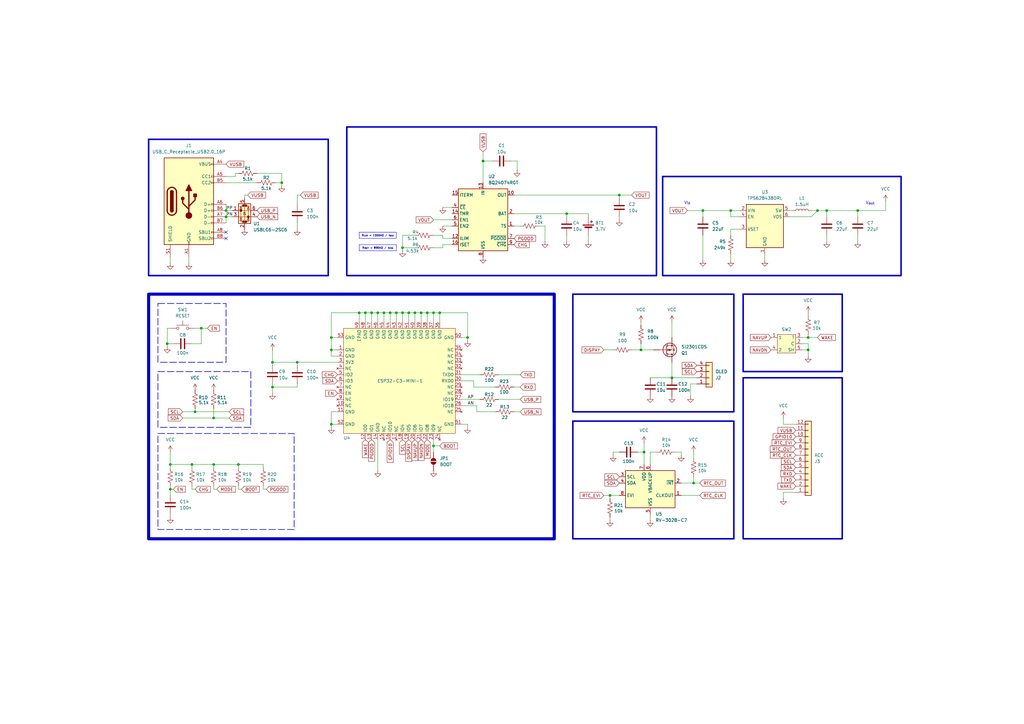
<source format=kicad_sch>
(kicad_sch (version 20250114) (generator "eeschema") (generator_version "9.0")
  (paper "A3")
  (title_block (title "uClock") (date "2026-02-21") (rev "1 v0.3") (company "Hamtronics Lab") (comment 2 "Description: Ultra-precise handheld digital clock, Powered by ESP32-C3") (comment 3 "Author: Sirio Guy"))
  (rectangle (start 304.8 120.65) (end 345.44 152.4) (stroke (width 0.635)))
  (rectangle (start 64.77 177.8) (end 120.65 217.17) (stroke (width 0.254) (type dash)))
  (rectangle (start 64.77 152.4) (end 102.87 175.26) (stroke (width 0.254) (type dash)))
  (rectangle (start 304.8 154.94) (end 345.44 220.98) (stroke (width 0.635)))
  (rectangle (start 60.96 57.15) (end 134.62 113.03) (stroke (width 0.635)))
  (rectangle (start 64.77 124.46) (end 92.71 148.59) (stroke (width 0.254) (type dash)))
  (rectangle (start 234.95 120.65) (end 300.99 168.91) (stroke (width 0.635)))
  (rectangle (start 234.95 172.72) (end 300.99 220.98) (stroke (width 0.635)))
  (rectangle (start 142.24 52.07) (end 269.24 113.03) (stroke (width 0.635)))
  (rectangle (start 271.78 72.39) (end 369.57 113.03) (stroke (width 0.635)))
  (rectangle (start 60.96 120.65) (end 227.33 220.98) (stroke (width 1.27)))
  (text "V_{out}" (at 356.87 83.312 0) (effects (font (size 1.27 1.27))))
  (text "V_{in}" (at 281.94 83.312 0) (effects (font (size 1.27 1.27))))
  (text_box "R_{ILIM} = 1550AΩ / I_{MAX}" (at 147.32 95.25 0) (size 15.24 2.54) (margins 0.9525 0.9525 0.9525 0.9525) (effects (font (size 0.762 0.762))))
  (text_box "R_{ISET} = 890AΩ / I_{CHG}" (at 147.32 100.33 0) (size 15.24 2.54) (margins 0.9525 0.9525 0.9525 0.9525) (effects (font (size 0.762 0.762))))
  (junction (at 68.58 140.97))
  (junction (at 69.85 200.66))
  (junction (at 299.72 86.36))
  (junction (at 288.29 86.36))
  (junction (at 135.89 173.99))
  (junction (at 92.71 86.36))
  (junction (at 250.19 203.2))
  (junction (at 160.02 128.27))
  (junction (at 87.63 190.5))
  (junction (at 264.16 185.42))
  (junction (at 111.76 148.59))
  (junction (at 157.48 128.27))
  (junction (at 165.1 128.27))
  (junction (at 149.86 128.27))
  (junction (at 198.12 66.04))
  (junction (at 284.48 198.12))
  (junction (at 135.89 143.51))
  (junction (at 154.94 128.27))
  (junction (at 87.63 171.45))
  (junction (at 167.64 128.27))
  (junction (at 147.32 128.27))
  (junction (at 191.77 138.43))
  (junction (at 170.18 128.27))
  (junction (at 152.4 128.27))
  (junction (at 69.85 190.5))
  (junction (at 115.57 74.93))
  (junction (at 262.89 143.51))
  (junction (at 175.26 128.27))
  (junction (at 351.79 86.36))
  (junction (at 121.92 148.59))
  (junction (at 180.34 128.27))
  (junction (at 135.89 138.43))
  (junction (at 339.09 86.36))
  (junction (at 172.72 128.27))
  (junction (at 177.8 182.88))
  (junction (at 177.8 128.27))
  (junction (at 335.28 86.36))
  (junction (at 165.1 101.6))
  (junction (at 80.01 168.91))
  (junction (at 254 80.01))
  (junction (at 97.79 190.5))
  (junction (at 82.55 134.62))
  (junction (at 331.47 143.51))
  (junction (at 331.47 138.43))
  (junction (at 162.56 128.27))
  (junction (at 111.76 158.75))
  (junction (at 232.41 87.63))
  (junction (at 78.74 190.5))
  (junction (at 275.59 154.94))
  (junction (at 92.71 88.9))
  (no_connect (at 92.71 97.79))
  (no_connect (at 92.71 95.25))
  (wire (pts (xy 254 81.28) (xy 254 80.01)))
  (wire (pts (xy 135.89 146.05) (xy 138.43 146.05)))
  (wire (pts (xy 259.08 80.01) (xy 254 80.01)))
  (wire (pts (xy 323.85 88.9) (xy 332.74 88.9)))
  (wire (pts (xy 160.02 128.27) (xy 162.56 128.27)))
  (wire (pts (xy 287.02 203.2) (xy 279.4 203.2)))
  (wire (pts (xy 177.8 185.42) (xy 177.8 182.88)))
  (wire (pts (xy 154.94 193.04) (xy 154.94 180.34)))
  (wire (pts (xy 121.92 93.98) (xy 121.92 91.44)))
  (wire (pts (xy 194.31 156.21) (xy 189.23 156.21)))
  (wire (pts (xy 210.82 92.71) (xy 213.36 92.71)))
  (wire (pts (xy 339.09 86.36) (xy 351.79 86.36)))
  (wire (pts (xy 284.48 198.12) (xy 287.02 198.12)))
  (wire (pts (xy 165.1 128.27) (xy 167.64 128.27)))
  (wire (pts (xy 78.74 200.66) (xy 80.01 200.66)))
  (wire (pts (xy 177.8 90.17) (xy 185.42 90.17)))
  (wire (pts (xy 264.16 190.5) (xy 264.16 185.42)))
  (wire (pts (xy 279.4 185.42) (xy 279.4 186.69)))
  (wire (pts (xy 283.21 162.56) (xy 283.21 157.48)))
  (wire (pts (xy 167.64 128.27) (xy 170.18 128.27)))
  (wire (pts (xy 213.36 163.83) (xy 204.47 163.83)))
  (wire (pts (xy 74.93 168.91) (xy 80.01 168.91)))
  (wire (pts (xy 254 80.01) (xy 210.82 80.01)))
  (wire (pts (xy 266.7 190.5) (xy 266.7 185.42)))
  (wire (pts (xy 328.93 138.43) (xy 331.47 138.43)))
  (wire (pts (xy 363.22 86.36) (xy 363.22 82.55)))
  (wire (pts (xy 250.19 203.2) (xy 254 203.2)))
  (wire (pts (xy 250.19 213.36) (xy 250.19 212.09)))
  (wire (pts (xy 275.59 132.08) (xy 275.59 138.43)))
  (wire (pts (xy 264.16 185.42) (xy 261.62 185.42)))
  (wire (pts (xy 121.92 80.01) (xy 123.19 80.01)))
  (wire (pts (xy 97.79 200.66) (xy 99.06 200.66)))
  (wire (pts (xy 78.74 199.39) (xy 78.74 200.66)))
  (wire (pts (xy 303.53 88.9) (xy 299.72 88.9)))
  (wire (pts (xy 71.12 200.66) (xy 69.85 200.66)))
  (wire (pts (xy 97.79 190.5) (xy 97.79 191.77)))
  (wire (pts (xy 68.58 134.62) (xy 68.58 140.97)))
  (wire (pts (xy 135.89 143.51) (xy 138.43 143.51)))
  (wire (pts (xy 288.29 86.36) (xy 288.29 88.9)))
  (wire (pts (xy 251.46 186.69) (xy 251.46 185.42)))
  (wire (pts (xy 87.63 171.45) (xy 93.98 171.45)))
  (wire (pts (xy 262.89 132.08) (xy 262.89 133.35)))
  (wire (pts (xy 212.09 69.85) (xy 212.09 66.04)))
  (wire (pts (xy 111.76 149.86) (xy 111.76 148.59)))
  (wire (pts (xy 111.76 161.29) (xy 111.76 158.75)))
  (wire (pts (xy 331.47 129.54) (xy 331.47 128.27)))
  (wire (pts (xy 210.82 168.91) (xy 213.36 168.91)))
  (wire (pts (xy 259.08 143.51) (xy 262.89 143.51)))
  (wire (pts (xy 279.4 198.12) (xy 284.48 198.12)))
  (wire (pts (xy 210.82 87.63) (xy 232.41 87.63)))
  (wire (pts (xy 299.72 88.9) (xy 299.72 86.36)))
  (wire (pts (xy 254 88.9) (xy 254 90.17)))
  (wire (pts (xy 107.95 190.5) (xy 107.95 191.77)))
  (wire (pts (xy 113.03 74.93) (xy 115.57 74.93)))
  (wire (pts (xy 299.72 86.36) (xy 288.29 86.36)))
  (wire (pts (xy 175.26 128.27) (xy 175.26 132.08)))
  (wire (pts (xy 80.01 134.62) (xy 82.55 134.62)))
  (wire (pts (xy 95.25 88.9) (xy 92.71 88.9)))
  (wire (pts (xy 299.72 106.68) (xy 299.72 104.14)))
  (wire (pts (xy 331.47 138.43) (xy 335.28 138.43)))
  (wire (pts (xy 165.1 102.87) (xy 165.1 101.6)))
  (wire (pts (xy 69.85 185.42) (xy 69.85 190.5)))
  (wire (pts (xy 170.18 128.27) (xy 170.18 132.08)))
  (wire (pts (xy 147.32 128.27) (xy 147.32 132.08)))
  (wire (pts (xy 135.89 143.51) (xy 135.89 138.43)))
  (wire (pts (xy 69.85 190.5) (xy 78.74 190.5)))
  (wire (pts (xy 175.26 128.27) (xy 177.8 128.27)))
  (wire (pts (xy 78.74 190.5) (xy 78.74 191.77)))
  (wire (pts (xy 95.25 86.36) (xy 92.71 86.36)))
  (wire (pts (xy 180.34 128.27) (xy 180.34 132.08)))
  (wire (pts (xy 135.89 168.91) (xy 135.89 173.99)))
  (wire (pts (xy 321.31 204.47) (xy 321.31 201.93)))
  (wire (pts (xy 351.79 86.36) (xy 363.22 86.36)))
  (wire (pts (xy 157.48 128.27) (xy 160.02 128.27)))
  (wire (pts (xy 321.31 173.99) (xy 326.39 173.99)))
  (wire (pts (xy 121.92 158.75) (xy 111.76 158.75)))
  (wire (pts (xy 203.2 158.75) (xy 194.31 158.75)))
  (wire (pts (xy 115.57 74.93) (xy 115.57 76.2)))
  (wire (pts (xy 250.19 204.47) (xy 250.19 203.2)))
  (wire (pts (xy 160.02 128.27) (xy 160.02 132.08)))
  (wire (pts (xy 275.59 148.59) (xy 275.59 154.94)))
  (wire (pts (xy 185.42 85.09) (xy 181.61 85.09)))
  (wire (pts (xy 276.86 185.42) (xy 279.4 185.42)))
  (wire (pts (xy 147.32 128.27) (xy 149.86 128.27)))
  (wire (pts (xy 135.89 173.99) (xy 138.43 173.99)))
  (wire (pts (xy 100.33 81.28) (xy 100.33 80.01)))
  (wire (pts (xy 232.41 87.63) (xy 232.41 88.9)))
  (wire (pts (xy 339.09 86.36) (xy 339.09 88.9)))
  (wire (pts (xy 121.92 149.86) (xy 121.92 148.59)))
  (wire (pts (xy 303.53 86.36) (xy 299.72 86.36)))
  (wire (pts (xy 87.63 190.5) (xy 97.79 190.5)))
  (wire (pts (xy 107.95 200.66) (xy 107.95 199.39)))
  (wire (pts (xy 154.94 128.27) (xy 157.48 128.27)))
  (wire (pts (xy 191.77 138.43) (xy 191.77 128.27)))
  (wire (pts (xy 97.79 190.5) (xy 107.95 190.5)))
  (wire (pts (xy 69.85 199.39) (xy 69.85 200.66)))
  (wire (pts (xy 111.76 158.75) (xy 111.76 157.48)))
  (wire (pts (xy 111.76 143.51) (xy 111.76 148.59)))
  (wire (pts (xy 328.93 143.51) (xy 331.47 143.51)))
  (wire (pts (xy 191.77 175.26) (xy 191.77 173.99)))
  (wire (pts (xy 105.41 71.12) (xy 115.57 71.12)))
  (wire (pts (xy 92.71 88.9) (xy 92.71 91.44)))
  (wire (pts (xy 321.31 201.93) (xy 326.39 201.93)))
  (wire (pts (xy 247.65 143.51) (xy 251.46 143.51)))
  (wire (pts (xy 172.72 128.27) (xy 172.72 132.08)))
  (wire (pts (xy 177.8 96.52) (xy 181.61 96.52)))
  (wire (pts (xy 191.77 138.43) (xy 189.23 138.43)))
  (wire (pts (xy 121.92 148.59) (xy 138.43 148.59)))
  (wire (pts (xy 313.69 106.68) (xy 313.69 104.14)))
  (wire (pts (xy 177.8 182.88) (xy 177.8 180.34)))
  (wire (pts (xy 241.3 87.63) (xy 241.3 88.9)))
  (wire (pts (xy 162.56 128.27) (xy 165.1 128.27)))
  (wire (pts (xy 331.47 146.05) (xy 331.47 143.51)))
  (wire (pts (xy 172.72 128.27) (xy 175.26 128.27)))
  (wire (pts (xy 181.61 92.71) (xy 185.42 92.71)))
  (wire (pts (xy 177.8 128.27) (xy 180.34 128.27)))
  (wire (pts (xy 78.74 140.97) (xy 82.55 140.97)))
  (wire (pts (xy 325.12 86.36) (xy 323.85 86.36)))
  (wire (pts (xy 111.76 148.59) (xy 121.92 148.59)))
  (wire (pts (xy 266.7 213.36) (xy 266.7 210.82)))
  (wire (pts (xy 135.89 138.43) (xy 135.89 128.27)))
  (wire (pts (xy 152.4 128.27) (xy 154.94 128.27)))
  (wire (pts (xy 177.8 101.6) (xy 181.61 101.6)))
  (wire (pts (xy 351.79 86.36) (xy 351.79 88.9)))
  (wire (pts (xy 331.47 143.51) (xy 331.47 140.97)))
  (wire (pts (xy 275.59 154.94) (xy 285.75 154.94)))
  (wire (pts (xy 154.94 128.27) (xy 154.94 132.08)))
  (wire (pts (xy 170.18 128.27) (xy 172.72 128.27)))
  (wire (pts (xy 331.47 138.43) (xy 331.47 137.16)))
  (wire (pts (xy 247.65 203.2) (xy 250.19 203.2)))
  (wire (pts (xy 177.8 128.27) (xy 177.8 132.08)))
  (wire (pts (xy 69.85 105.41) (xy 69.85 107.95)))
  (wire (pts (xy 165.1 101.6) (xy 170.18 101.6)))
  (wire (pts (xy 351.79 99.06) (xy 351.79 96.52)))
  (wire (pts (xy 264.16 181.61) (xy 264.16 185.42)))
  (wire (pts (xy 284.48 198.12) (xy 284.48 195.58)))
  (wire (pts (xy 80.01 167.64) (xy 80.01 168.91)))
  (wire (pts (xy 181.61 100.33) (xy 185.42 100.33)))
  (wire (pts (xy 74.93 171.45) (xy 87.63 171.45)))
  (wire (pts (xy 135.89 168.91) (xy 138.43 168.91)))
  (wire (pts (xy 180.34 182.88) (xy 177.8 182.88)))
  (wire (pts (xy 198.12 66.04) (xy 201.93 66.04)))
  (wire (pts (xy 97.79 200.66) (xy 97.79 199.39)))
  (wire (pts (xy 167.64 128.27) (xy 167.64 132.08)))
  (wire (pts (xy 181.61 101.6) (xy 181.61 100.33)))
  (wire (pts (xy 232.41 96.52) (xy 232.41 99.06)))
  (wire (pts (xy 251.46 185.42) (xy 254 185.42)))
  (wire (pts (xy 121.92 80.01) (xy 121.92 83.82)))
  (wire (pts (xy 85.09 134.62) (xy 82.55 134.62)))
  (wire (pts (xy 68.58 134.62) (xy 69.85 134.62)))
  (wire (pts (xy 198.12 62.23) (xy 198.12 66.04)))
  (wire (pts (xy 149.86 128.27) (xy 149.86 132.08)))
  (wire (pts (xy 87.63 200.66) (xy 87.63 199.39)))
  (wire (pts (xy 181.61 96.52) (xy 181.61 97.79)))
  (wire (pts (xy 135.89 173.99) (xy 135.89 175.26)))
  (wire (pts (xy 135.89 138.43) (xy 138.43 138.43)))
  (wire (pts (xy 87.63 167.64) (xy 87.63 171.45)))
  (wire (pts (xy 80.01 168.91) (xy 93.98 168.91)))
  (wire (pts (xy 288.29 106.68) (xy 288.29 96.52)))
  (wire (pts (xy 223.52 92.71) (xy 223.52 99.06)))
  (wire (pts (xy 220.98 92.71) (xy 223.52 92.71)))
  (wire (pts (xy 198.12 74.93) (xy 198.12 66.04)))
  (wire (pts (xy 69.85 200.66) (xy 69.85 203.2)))
  (wire (pts (xy 92.71 83.82) (xy 92.71 86.36)))
  (wire (pts (xy 241.3 99.06) (xy 241.3 96.52)))
  (wire (pts (xy 191.77 139.7) (xy 191.77 138.43)))
  (wire (pts (xy 284.48 185.42) (xy 284.48 187.96)))
  (wire (pts (xy 266.7 185.42) (xy 269.24 185.42)))
  (wire (pts (xy 191.77 128.27) (xy 180.34 128.27)))
  (wire (pts (xy 121.92 157.48) (xy 121.92 158.75)))
  (wire (pts (xy 162.56 128.27) (xy 162.56 132.08)))
  (wire (pts (xy 281.94 86.36) (xy 288.29 86.36)))
  (wire (pts (xy 96.52 71.12) (xy 97.79 71.12)))
  (wire (pts (xy 196.85 153.67) (xy 189.23 153.67)))
  (wire (pts (xy 210.82 158.75) (xy 213.36 158.75)))
  (wire (pts (xy 135.89 146.05) (xy 135.89 143.51)))
  (wire (pts (xy 196.85 163.83) (xy 189.23 163.83)))
  (wire (pts (xy 170.18 96.52) (xy 165.1 96.52)))
  (wire (pts (xy 149.86 128.27) (xy 152.4 128.27)))
  (wire (pts (xy 165.1 128.27) (xy 165.1 132.08)))
  (wire (pts (xy 135.89 128.27) (xy 147.32 128.27)))
  (wire (pts (xy 213.36 153.67) (xy 204.47 153.67)))
  (wire (pts (xy 332.74 86.36) (xy 335.28 86.36)))
  (wire (pts (xy 107.95 200.66) (xy 109.22 200.66)))
  (wire (pts (xy 181.61 97.79) (xy 185.42 97.79)))
  (wire (pts (xy 283.21 157.48) (xy 285.75 157.48)))
  (wire (pts (xy 87.63 190.5) (xy 87.63 191.77)))
  (wire (pts (xy 77.47 105.41) (xy 77.47 107.95)))
  (wire (pts (xy 203.2 168.91) (xy 195.58 168.91)))
  (wire (pts (xy 165.1 96.52) (xy 165.1 101.6)))
  (wire (pts (xy 195.58 166.37) (xy 189.23 166.37)))
  (wire (pts (xy 115.57 71.12) (xy 115.57 74.93)))
  (wire (pts (xy 299.72 93.98) (xy 303.53 93.98)))
  (wire (pts (xy 87.63 200.66) (xy 88.9 200.66)))
  (wire (pts (xy 232.41 87.63) (xy 241.3 87.63)))
  (wire (pts (xy 212.09 66.04) (xy 209.55 66.04)))
  (wire (pts (xy 335.28 86.36) (xy 339.09 86.36)))
  (wire (pts (xy 96.52 71.12) (xy 96.52 72.39)))
  (wire (pts (xy 69.85 190.5) (xy 69.85 191.77)))
  (wire (pts (xy 262.89 140.97) (xy 262.89 143.51)))
  (wire (pts (xy 266.7 154.94) (xy 275.59 154.94)))
  (wire (pts (xy 68.58 140.97) (xy 71.12 140.97)))
  (wire (pts (xy 262.89 143.51) (xy 267.97 143.51)))
  (wire (pts (xy 339.09 99.06) (xy 339.09 96.52)))
  (wire (pts (xy 152.4 128.27) (xy 152.4 132.08)))
  (wire (pts (xy 92.71 74.93) (xy 105.41 74.93)))
  (wire (pts (xy 69.85 210.82) (xy 69.85 212.09)))
  (wire (pts (xy 332.74 88.9) (xy 335.28 86.36)))
  (wire (pts (xy 194.31 158.75) (xy 194.31 156.21)))
  (wire (pts (xy 78.74 190.5) (xy 87.63 190.5)))
  (wire (pts (xy 157.48 128.27) (xy 157.48 132.08)))
  (wire (pts (xy 321.31 171.45) (xy 321.31 173.99)))
  (wire (pts (xy 195.58 168.91) (xy 195.58 166.37)))
  (wire (pts (xy 68.58 142.24) (xy 68.58 140.97)))
  (wire (pts (xy 82.55 140.97) (xy 82.55 134.62)))
  (wire (pts (xy 100.33 80.01) (xy 101.6 80.01)))
  (wire (pts (xy 96.52 72.39) (xy 92.71 72.39)))
  (wire (pts (xy 191.77 173.99) (xy 189.23 173.99)))
  (wire (pts (xy 299.72 96.52) (xy 299.72 93.98)))
  (wire (pts (xy 328.93 140.97) (xy 331.47 140.97)))
  (label "AN" (at 191.77 166.37 0))
  (label "AP" (at 191.77 163.83 0))
  (label "PP" (at 92.71 86.36 0))
  (label "PN" (at 92.71 88.9 0))
  (global_label "VOUT" (shape input) (at 281.94 86.36 180) (property "Intersheetrefs" "${INTERSHEET_REFS}" (effects (hide yes))))
  (global_label "RTC_EVI" (shape input) (at 326.39 181.61 180) (property "Intersheetrefs" "${INTERSHEET_REFS}" (effects (hide yes))))
  (global_label "SDA" (shape input) (at 326.39 191.77 180) (property "Intersheetrefs" "${INTERSHEET_REFS}" (effects (hide yes))))
  (global_label "VUSB" (shape input) (at 123.19 80.01 0) (property "Intersheetrefs" "${INTERSHEET_REFS}" (effects (hide yes))))
  (global_label "WAKE" (shape input) (at 149.86 180.34 270) (property "Intersheetrefs" "${INTERSHEET_REFS}" (effects (hide yes))))
  (global_label "PGOOD" (shape input) (at 109.22 200.66 0) (property "Intersheetrefs" "${INTERSHEET_REFS}" (effects (hide yes))))
  (global_label "SCL" (shape input) (at 254 195.58 180) (property "Intersheetrefs" "${INTERSHEET_REFS}" (effects (hide yes))))
  (global_label "GPIO10" (shape input) (at 160.02 180.34 270) (property "Intersheetrefs" "${INTERSHEET_REFS}" (effects (hide yes))))
  (global_label "RTC_EVI" (shape input) (at 247.65 203.2 180) (property "Intersheetrefs" "${INTERSHEET_REFS}" (effects (hide yes))))
  (global_label "VUSB" (shape input) (at 92.71 67.31 0) (property "Intersheetrefs" "${INTERSHEET_REFS}" (effects (hide yes))))
  (global_label "PGOOD" (shape input) (at 210.82 97.79 0) (property "Intersheetrefs" "${INTERSHEET_REFS}" (effects (hide yes))))
  (global_label "TXD" (shape input) (at 213.36 153.67 0) (property "Intersheetrefs" "${INTERSHEET_REFS}" (effects (hide yes))))
  (global_label "USB_N" (shape input) (at 213.36 168.91 0) (property "Intersheetrefs" "${INTERSHEET_REFS}" (effects (hide yes))))
  (global_label "RTC_CLK" (shape input) (at 326.39 186.69 180) (property "Intersheetrefs" "${INTERSHEET_REFS}" (effects (hide yes))))
  (global_label "VUSB" (shape input) (at 101.6 80.01 0) (property "Intersheetrefs" "${INTERSHEET_REFS}" (effects (hide yes))))
  (global_label "WAKE" (shape input) (at 335.28 138.43 0) (property "Intersheetrefs" "${INTERSHEET_REFS}" (effects (hide yes))))
  (global_label "NAVUP" (shape input) (at 170.18 180.34 270) (property "Intersheetrefs" "${INTERSHEET_REFS}" (effects (hide yes))))
  (global_label "SCL" (shape input) (at 93.98 168.91 0) (property "Intersheetrefs" "${INTERSHEET_REFS}" (effects (hide yes))))
  (global_label "WAKE" (shape input) (at 326.39 199.39 180) (property "Intersheetrefs" "${INTERSHEET_REFS}" (effects (hide yes))))
  (global_label "DISPAY" (shape input) (at 247.65 143.51 180) (property "Intersheetrefs" "${INTERSHEET_REFS}" (effects (hide yes))))
  (global_label "RTC_OUT" (shape input) (at 287.02 198.12 0) (property "Intersheetrefs" "${INTERSHEET_REFS}" (effects (hide yes))))
  (global_label "SDA" (shape input) (at 138.43 156.21 180) (property "Intersheetrefs" "${INTERSHEET_REFS}" (effects (hide yes))))
  (global_label "VOUT" (shape input) (at 177.8 90.17 180) (property "Intersheetrefs" "${INTERSHEET_REFS}" (effects (hide yes))))
  (global_label "USB_P" (shape input) (at 105.41 86.36 0) (property "Intersheetrefs" "${INTERSHEET_REFS}" (effects (hide yes))))
  (global_label "SCL" (shape input) (at 165.1 180.34 270) (property "Intersheetrefs" "${INTERSHEET_REFS}" (effects (hide yes))))
  (global_label "USB_P" (shape input) (at 213.36 163.83 0) (property "Intersheetrefs" "${INTERSHEET_REFS}" (effects (hide yes))))
  (global_label "CHG" (shape input) (at 138.43 153.67 180) (property "Intersheetrefs" "${INTERSHEET_REFS}" (effects (hide yes))))
  (global_label "PGOOD" (shape input) (at 152.4 180.34 270) (property "Intersheetrefs" "${INTERSHEET_REFS}" (effects (hide yes))))
  (global_label "SCL" (shape input) (at 74.93 168.91 180) (property "Intersheetrefs" "${INTERSHEET_REFS}" (effects (hide yes))))
  (global_label "SCL" (shape input) (at 285.75 152.4 180) (property "Intersheetrefs" "${INTERSHEET_REFS}" (effects (hide yes))))
  (global_label "EN" (shape input) (at 71.12 200.66 0) (property "Intersheetrefs" "${INTERSHEET_REFS}" (effects (hide yes))))
  (global_label "SDA" (shape input) (at 254 198.12 180) (property "Intersheetrefs" "${INTERSHEET_REFS}" (effects (hide yes))))
  (global_label "MODE" (shape input) (at 88.9 200.66 0) (property "Intersheetrefs" "${INTERSHEET_REFS}" (effects (hide yes))))
  (global_label "BOOT" (shape input) (at 180.34 182.88 0) (property "Intersheetrefs" "${INTERSHEET_REFS}" (effects (hide yes))))
  (global_label "VOUT" (shape input) (at 259.08 80.01 0) (property "Intersheetrefs" "${INTERSHEET_REFS}" (effects (hide yes))))
  (global_label "EN" (shape input) (at 85.09 134.62 0) (property "Intersheetrefs" "${INTERSHEET_REFS}" (effects (hide yes))))
  (global_label "GPIO10" (shape input) (at 326.39 179.07 180) (property "Intersheetrefs" "${INTERSHEET_REFS}" (effects (hide yes))))
  (global_label "NAVDN" (shape input) (at 172.72 180.34 270) (property "Intersheetrefs" "${INTERSHEET_REFS}" (effects (hide yes))))
  (global_label "RXD" (shape input) (at 326.39 194.31 180) (property "Intersheetrefs" "${INTERSHEET_REFS}" (effects (hide yes))))
  (global_label "USB_N" (shape input) (at 105.41 88.9 0) (property "Intersheetrefs" "${INTERSHEET_REFS}" (effects (hide yes))))
  (global_label "MODE" (shape input) (at 175.26 180.34 270) (property "Intersheetrefs" "${INTERSHEET_REFS}" (effects (hide yes))))
  (global_label "TXD" (shape input) (at 326.39 196.85 180) (property "Intersheetrefs" "${INTERSHEET_REFS}" (effects (hide yes))))
  (global_label "RTC_OUT" (shape input) (at 326.39 184.15 180) (property "Intersheetrefs" "${INTERSHEET_REFS}" (effects (hide yes))))
  (global_label "RXD" (shape input) (at 213.36 158.75 0) (property "Intersheetrefs" "${INTERSHEET_REFS}" (effects (hide yes))))
  (global_label "SCL" (shape input) (at 326.39 189.23 180) (property "Intersheetrefs" "${INTERSHEET_REFS}" (effects (hide yes))))
  (global_label "CHG" (shape input) (at 210.82 100.33 0) (property "Intersheetrefs" "${INTERSHEET_REFS}" (effects (hide yes))))
  (global_label "SDA" (shape input) (at 74.93 171.45 180) (property "Intersheetrefs" "${INTERSHEET_REFS}" (effects (hide yes))))
  (global_label "NAVDN" (shape input) (at 316.23 143.51 180) (property "Intersheetrefs" "${INTERSHEET_REFS}" (effects (hide yes))))
  (global_label "NAVUP" (shape input) (at 316.23 138.43 180) (property "Intersheetrefs" "${INTERSHEET_REFS}" (effects (hide yes))))
  (global_label "RTC_CLK" (shape input) (at 287.02 203.2 0) (property "Intersheetrefs" "${INTERSHEET_REFS}" (effects (hide yes))))
  (global_label "SDA" (shape input) (at 285.75 149.86 180) (property "Intersheetrefs" "${INTERSHEET_REFS}" (effects (hide yes))))
  (global_label "EN" (shape input) (at 138.43 161.29 180) (property "Intersheetrefs" "${INTERSHEET_REFS}" (effects (hide yes))))
  (global_label "BOOT" (shape input) (at 99.06 200.66 0) (property "Intersheetrefs" "${INTERSHEET_REFS}" (effects (hide yes))))
  (global_label "VUSB" (shape input) (at 198.12 62.23 90) (property "Intersheetrefs" "${INTERSHEET_REFS}" (effects (hide yes))))
  (global_label "SDA" (shape input) (at 93.98 171.45 0) (property "Intersheetrefs" "${INTERSHEET_REFS}" (effects (hide yes))))
  (global_label "CHG" (shape input) (at 80.01 200.66 0) (property "Intersheetrefs" "${INTERSHEET_REFS}" (effects (hide yes))))
  (global_label "VUSB" (shape input) (at 326.39 176.53 180) (property "Intersheetrefs" "${INTERSHEET_REFS}" (effects (hide yes))))
  (global_label "DISPAY" (shape input) (at 167.64 180.34 270) (property "Intersheetrefs" "${INTERSHEET_REFS}" (effects (hide yes))))
  (symbol (lib_id "power:GND") (at 266.7 213.36 0) (unit 1)
    (property "Reference" "#PWR045" (effects (hide yes)))
    (property "Value" "GND" (effects (hide yes)))
    (property "Description" "Power symbol creates a global label with name \"GND\" , ground" (effects (hide yes)))
  )
  (symbol (lib_id "Device:C") (at 351.79 92.71 0) (unit 1)
    (property "Reference" "C7" (at 355.6 91.4399 0) (effects (justify left)))
    (property "Value" "22uF" (at 355.6 93.9799 0) (effects (justify left)))
    (property "Footprint" "Capacitor_SMD:C_0805_2012Metric" (effects (hide yes)))
    (property "Description" "Unpolarized capacitor" (effects (hide yes)))
    (property "LCSC" "C907991" (effects (hide yes)))
  )
  (symbol (lib_id "power:GND") (at 223.52 99.06 0) (unit 1)
    (property "Reference" "#PWR09" (effects (hide yes)))
    (property "Value" "GND" (effects (hide yes)))
    (property "Description" "Power symbol creates a global label with name \"GND\" , ground" (effects (hide yes)))
  )
  (symbol (lib_id "power:VCC") (at 111.76 143.51 0) (unit 1)
    (property "Reference" "#PWR026" (effects (hide yes)))
    (property "Value" "VCC" (at 111.76 138.43 0))
    (property "Description" "Power symbol creates a global label with name \"VCC\"" (effects (hide yes)))
  )
  (symbol (lib_id "power:GND") (at 177.8 193.04 0) (unit 1)
    (property "Reference" "#PWR042" (effects (hide yes)))
    (property "Value" "GND" (effects (hide yes)))
    (property "Description" "Power symbol creates a global label with name \"GND\" , ground" (effects (hide yes)))
  )
  (symbol (lib_id "Device:C") (at 69.85 207.01 0) (unit 1)
    (property "Reference" "C14" (at 73.66 205.7399 0) (effects (justify left)))
    (property "Value" "100n" (at 73.66 208.2799 0) (effects (justify left)))
    (property "Footprint" "Capacitor_SMD:C_0603_1608Metric" (effects (hide yes)))
    (property "Description" "Unpolarized capacitor" (effects (hide yes)))
    (property "LCSC" "C14663" (effects (hide yes)))
  )
  (symbol (lib_id "power:GND") (at 68.58 142.24 0) (unit 1)
    (property "Reference" "#PWR025" (effects (hide yes)))
    (property "Value" "GND" (effects (hide yes)))
    (property "Description" "Power symbol creates a global label with name \"GND\" , ground" (effects (hide yes)))
  )
  (symbol (lib_id "Device:R_US") (at 200.66 163.83 90) (unit 1)
    (property "Reference" "R12" (at 200.66 161.798 90))
    (property "Value" "22" (at 200.66 166.116 90))
    (property "Footprint" "Resistor_SMD:R_0603_1608Metric" (effects (hide yes)))
    (property "Description" "Resistor, US symbol" (effects (hide yes)))
    (property "LCSC" "C23345" (effects (hide yes)))
  )
  (symbol (lib_id "power:VCC") (at 69.85 185.42 0) (unit 1)
    (property "Reference" "#PWR037" (effects (hide yes)))
    (property "Value" "VCC" (at 69.85 180.34 0))
    (property "Description" "Power symbol creates a global label with name \"VCC\"" (effects (hide yes)))
  )
  (symbol (lib_id "Device:R_US") (at 173.99 101.6 90) (unit 1)
    (property "Reference" "R6" (at 170.434 100.33 90))
    (property "Value" "4.53k" (at 169.164 102.87 90))
    (property "Footprint" "Resistor_SMD:R_0603_1608Metric" (effects (hide yes)))
    (property "Description" "Resistor, US symbol" (effects (hide yes)))
    (property "LCSC" "C25971" (effects (hide yes)))
  )
  (symbol (lib_id "Device:C") (at 232.41 92.71 0) (unit 1)
    (property "Reference" "C4" (at 234.95 91.44 0) (effects (justify left)))
    (property "Value" "10u" (at 234.95 93.98 0) (effects (justify left)))
    (property "Footprint" "Capacitor_SMD:C_0603_1608Metric" (effects (hide yes)))
    (property "Description" "Unpolarized capacitor" (effects (hide yes)))
    (property "LCSC" "C19702" (effects (hide yes)))
  )
  (symbol (lib_id "Device:R_US") (at 109.22 74.93 90) (unit 1)
    (property "Reference" "R2" (at 109.22 72.898 90))
    (property "Value" "5.1k" (at 109.22 77.216 90))
    (property "Footprint" "Resistor_SMD:R_0603_1608Metric" (effects (hide yes)))
    (property "Description" "Resistor, US symbol" (effects (hide yes)))
    (property "LCSC" "C23186" (effects (hide yes)))
  )
  (symbol (lib_id "Connector:USB_C_Receptacle_USB2.0_16P") (at 77.47 82.55 0) (unit 1)
    (property "Reference" "J1" (at 77.47 59.69 0))
    (property "Value" "USB_C_Receptacle_USB2.0_16P" (at 77.47 62.23 0))
    (property "Footprint" "Connector_USB:USB_C_Receptacle_GCT_USB4105-xx-A_16P_TopMnt_Horizontal" (effects (hide yes)))
    (property "Datasheet" "https://www.usb.org/sites/default/files/documents/usb_type-c.zip" (effects (hide yes)))
    (property "Description" "USB 2.0-only 16P Type-C Receptacle connector" (effects (hide yes)))
    (property "LCSC" "C2765186" (effects (hide yes)))
  )
  (symbol (lib_id "power:GND") (at 288.29 106.68 0) (unit 1)
    (property "Reference" "#PWR016" (effects (hide yes)))
    (property "Value" "GND" (effects (hide yes)))
    (property "Description" "Power symbol creates a global label with name \"GND\" , ground" (effects (hide yes)))
  )
  (symbol (lib_id "power:GND") (at 283.21 162.56 0) (unit 1)
    (property "Reference" "#PWR033" (effects (hide yes)))
    (property "Value" "GND" (effects (hide yes)))
    (property "Description" "Power symbol creates a global label with name \"GND\" , ground" (effects (hide yes)))
  )
  (symbol (lib_id "power:VCC") (at 284.48 185.42 0) (unit 1)
    (property "Reference" "#PWR038" (effects (hide yes)))
    (property "Value" "VCC" (at 284.48 180.34 0))
    (property "Description" "Power symbol creates a global label with name \"VCC\"" (effects (hide yes)))
  )
  (symbol (lib_id "Device:R_US") (at 331.47 133.35 0) (unit 1)
    (property "Reference" "R7" (at 335.026 132.334 0))
    (property "Value" "10k" (at 335.026 134.62 0))
    (property "Footprint" "Resistor_SMD:R_0603_1608Metric" (effects (hide yes)))
    (property "Description" "Resistor, US symbol" (effects (hide yes)))
    (property "LCSC" "C25804" (effects (hide yes)))
  )
  (symbol (lib_id "Device:R_US") (at 284.48 191.77 0) (unit 1)
    (property "Reference" "R15" (at 288.036 190.754 0))
    (property "Value" "10k" (at 288.036 193.04 0))
    (property "Footprint" "Resistor_SMD:R_0603_1608Metric" (effects (hide yes)))
    (property "Description" "Resistor, US symbol" (effects (hide yes)))
    (property "LCSC" "C25804" (effects (hide yes)))
  )
  (symbol (lib_id "power:VCC") (at 363.22 82.55 0) (unit 1)
    (property "Reference" "#PWR03" (effects (hide yes)))
    (property "Value" "VCC" (at 363.22 77.47 0))
    (property "Description" "Power symbol creates a global label with name \"VCC\"" (effects (hide yes)))
  )
  (symbol (lib_id "Timer_RTC:RV-3028-C7") (at 266.7 200.66 0) (unit 1)
    (property "Reference" "U5" (at 268.8433 210.82 0) (effects (justify left)))
    (property "Value" "RV-3028-C7" (at 268.8433 213.36 0) (effects (justify left)))
    (property "Footprint" "Package_SON:MicroCrystal_C7_SON-8_1.5x3.2mm_P0.9mm" (effects (hide yes)))
    (property "Datasheet" "https://www.microcrystal.com/fileadmin/Media/Products/RTC/Datasheet/RV-3028-C7.pdf" (effects (hide yes)))
    (property "Description" "Realtime Clock/Calendar I2C Interface, Extreme Low Power, 1.1 V to 5.5 V, MicroCrystal C7" (effects (hide yes)))
    (property "LCSC" "C3019759" (effects (hide yes)))
  )
  (symbol (lib_id "power:VCC") (at 80.01 160.02 0) (unit 1)
    (property "Reference" "#PWR028" (effects (hide yes)))
    (property "Value" "VCC" (at 80.01 154.94 0))
    (property "Description" "Power symbol creates a global label with name \"VCC\"" (effects (hide yes)))
  )
  (symbol (lib_id "local:K1-1511SA-01") (at 322.58 139.7 0) (unit 1)
    (property "Reference" "SW2" (at 322.58 135.128 0))
    (property "Footprint" "local:K1-1511SA-01" (effects (hide yes)))
    (property "LCSC" "C145907" (effects (hide yes)))
  )
  (symbol (lib_id "power:GND") (at 299.72 106.68 0) (unit 1)
    (property "Reference" "#PWR017" (effects (hide yes)))
    (property "Value" "GND" (effects (hide yes)))
    (property "Description" "Power symbol creates a global label with name \"GND\" , ground" (effects (hide yes)))
  )
  (symbol (lib_id "Device:R_US") (at 207.01 168.91 90) (unit 1)
    (property "Reference" "R13" (at 207.01 166.878 90))
    (property "Value" "22" (at 207.01 171.196 90))
    (property "Footprint" "Resistor_SMD:R_0603_1608Metric" (effects (hide yes)))
    (property "Description" "Resistor, US symbol" (effects (hide yes)))
    (property "LCSC" "C23345" (effects (hide yes)))
  )
  (symbol (lib_id "power:VCC") (at 275.59 132.08 0) (unit 1)
    (property "Reference" "#PWR023" (effects (hide yes)))
    (property "Value" "VCC" (at 275.59 127 0))
    (property "Description" "Power symbol creates a global label with name \"VCC\"" (effects (hide yes)))
  )
  (symbol (lib_id "Device:C") (at 339.09 92.71 0) (unit 1)
    (property "Reference" "C6" (at 342.9 91.4399 0) (effects (justify left)))
    (property "Value" "22uF" (at 342.9 93.9799 0) (effects (justify left)))
    (property "Footprint" "Capacitor_SMD:C_0805_2012Metric" (effects (hide yes)))
    (property "Description" "Unpolarized capacitor" (effects (hide yes)))
    (property "LCSC" "C907991" (effects (hide yes)))
  )
  (symbol (lib_id "power:GND") (at 313.69 106.68 0) (unit 1)
    (property "Reference" "#PWR018" (effects (hide yes)))
    (property "Value" "GND" (effects (hide yes)))
    (property "Description" "Power symbol creates a global label with name \"GND\" , ground" (effects (hide yes)))
  )
  (symbol (lib_id "Power_Protection:USBLC6-2SC6") (at 100.33 86.36 0) (unit 1)
    (property "Reference" "U1" (at 103.886 91.694 0) (effects (justify left)))
    (property "Value" "USBLC6-2SC6" (at 103.886 94.234 0) (effects (justify left)))
    (property "Footprint" "Package_TO_SOT_SMD:SOT-23-6" (effects (hide yes)))
    (property "Datasheet" "https://www.st.com/resource/en/datasheet/usblc6-2.pdf" (effects (hide yes)))
    (property "Description" "Very low capacitance ESD protection diode, 2 data-line, SOT-23-6" (effects (hide yes)))
    (property "LCSC" "C7519" (effects (hide yes)))
  )
  (symbol (lib_id "power:GND") (at 279.4 186.69 0) (unit 1)
    (property "Reference" "#PWR040" (effects (hide yes)))
    (property "Value" "GND" (effects (hide yes)))
    (property "Description" "Power symbol creates a global label with name \"GND\" , ground" (effects (hide yes)))
  )
  (symbol (lib_id "power:GND") (at 135.89 175.26 0) (unit 1)
    (property "Reference" "#PWR034" (effects (hide yes)))
    (property "Value" "GND" (effects (hide yes)))
    (property "Description" "Power symbol creates a global label with name \"GND\" , ground" (effects (hide yes)))
  )
  (symbol (lib_id "Device:C") (at 111.76 153.67 0) (unit 1)
    (property "Reference" "C9" (at 114.3 152.4 0) (effects (justify left)))
    (property "Value" "10u" (at 114.3 154.94 0) (effects (justify left)))
    (property "Footprint" "Capacitor_SMD:C_0603_1608Metric" (effects (hide yes)))
    (property "Description" "Unpolarized capacitor" (effects (hide yes)))
    (property "LCSC" "C19702" (effects (hide yes)))
  )
  (symbol (lib_id "power:GND") (at 321.31 204.47 0) (unit 1)
    (property "Reference" "#PWR046" (effects (hide yes)))
    (property "Value" "GND" (effects (hide yes)))
    (property "Description" "Power symbol creates a global label with name \"GND\" , ground" (effects (hide yes)))
  )
  (symbol (lib_id "Device:R_US") (at 200.66 153.67 90) (unit 1)
    (property "Reference" "R22" (at 200.66 151.384 90))
    (property "Value" "100" (at 200.66 155.956 90))
    (property "Footprint" "Resistor_SMD:R_0603_1608Metric" (effects (hide yes)))
    (property "Description" "Resistor, US symbol" (effects (hide yes)))
    (property "LCSC" "C22775" (effects (hide yes)))
  )
  (symbol (lib_id "power:GND") (at 351.79 99.06 0) (unit 1)
    (property "Reference" "#PWR013" (effects (hide yes)))
    (property "Value" "GND" (effects (hide yes)))
    (property "Description" "Power symbol creates a global label with name \"GND\" , ground" (effects (hide yes)))
  )
  (symbol (lib_id "power:GND") (at 275.59 162.56 0) (unit 1)
    (property "Reference" "#PWR032" (effects (hide yes)))
    (property "Value" "GND" (effects (hide yes)))
    (property "Description" "Power symbol creates a global label with name \"GND\" , ground" (effects (hide yes)))
  )
  (symbol (lib_id "Device:R_US") (at 69.85 195.58 0) (unit 1)
    (property "Reference" "R16" (at 73.406 194.564 0))
    (property "Value" "10k" (at 73.406 196.85 0))
    (property "Footprint" "Resistor_SMD:R_0603_1608Metric" (effects (hide yes)))
    (property "Description" "Resistor, US symbol" (effects (hide yes)))
    (property "LCSC" "C25804" (effects (hide yes)))
  )
  (symbol (lib_id "power:VCC") (at 331.47 128.27 0) (unit 1)
    (property "Reference" "#PWR021" (effects (hide yes)))
    (property "Value" "VCC" (at 331.47 123.19 0))
    (property "Description" "Power symbol creates a global label with name \"VCC\"" (effects (hide yes)))
  )
  (symbol (lib_id "Device:C") (at 121.92 87.63 0) (unit 1)
    (property "Reference" "C3" (at 125.73 86.3599 0) (effects (justify left)))
    (property "Value" "100n" (at 125.73 88.8999 0) (effects (justify left)))
    (property "Footprint" "Capacitor_SMD:C_0603_1608Metric" (effects (hide yes)))
    (property "Description" "Unpolarized capacitor" (effects (hide yes)))
    (property "LCSC" "C14663" (effects (hide yes)))
  )
  (symbol (lib_id "Connector_Generic:Conn_01x04") (at 290.83 154.94 0) (mirror x) (unit 1) (in_bom no)
    (property "Reference" "J2" (at 293.37 154.9401 0) (effects (justify left)))
    (property "Value" "OLED" (at 293.37 152.4001 0) (effects (justify left)))
    (property "Footprint" "Connector_PinSocket_2.54mm:PinSocket_1x04_P2.54mm_Vertical" (effects (hide yes)))
    (property "Description" "Generic connector, single row, 01x04, script generated (kicad-library-utils/schlib/autogen/connector/)" (effects (hide yes)))
  )
  (symbol (lib_id "Jumper:SolderJumper_2_Open") (at 177.8 189.23 90) (unit 1) (in_bom no)
    (property "Reference" "JP1" (at 180.34 187.9599 90) (effects (justify right)))
    (property "Value" "BOOT" (at 180.34 190.4999 90) (effects (justify right)))
    (property "Footprint" "Jumper:SolderJumper-2_P1.3mm_Open_RoundedPad1.0x1.5mm" (effects (hide yes)))
    (property "Description" "Solder Jumper, 2-pole, open" (effects (hide yes)))
  )
  (symbol (lib_id "Connector_Generic:Conn_01x12") (at 331.47 189.23 0) (mirror x) (unit 1) (in_bom no)
    (property "Reference" "J3" (at 334.01 189.2301 0) (effects (justify left)))
    (property "Value" "ACC" (at 334.01 186.6901 0) (effects (justify left)))
    (property "Footprint" "Connector_PinHeader_1.27mm:PinHeader_1x12_P1.27mm_Vertical" (effects (hide yes)))
    (property "Description" "Generic connector, single row, 01x12, script generated (kicad-library-utils/schlib/autogen/connector/)" (effects (hide yes)))
  )
  (symbol (lib_id "Device:R_US") (at 217.17 92.71 90) (unit 1)
    (property "Reference" "R3" (at 220.98 89.154 90))
    (property "Value" "10k" (at 220.98 91.186 90))
    (property "Footprint" "Resistor_SMD:R_0603_1608Metric" (effects (hide yes)))
    (property "Description" "Resistor, US symbol" (effects (hide yes)))
    (property "LCSC" "C25804" (effects (hide yes)))
  )
  (symbol (lib_id "power:GND") (at 181.61 92.71 0) (unit 1)
    (property "Reference" "#PWR06" (effects (hide yes)))
    (property "Value" "GND" (effects (hide yes)))
    (property "Description" "Power symbol creates a global label with name \"GND\" , ground" (effects (hide yes)))
  )
  (symbol (lib_id "Device:R_US") (at 273.05 185.42 90) (unit 1)
    (property "Reference" "R14" (at 273.304 180.34 90))
    (property "Value" "10k" (at 273.304 182.626 90))
    (property "Footprint" "Resistor_SMD:R_0603_1608Metric" (effects (hide yes)))
    (property "Description" "Resistor, US symbol" (effects (hide yes)))
    (property "LCSC" "C25804" (effects (hide yes)))
  )
  (symbol (lib_id "Device:R_US") (at 87.63 195.58 0) (unit 1)
    (property "Reference" "R18" (at 91.186 194.564 0))
    (property "Value" "10k" (at 91.186 196.85 0))
    (property "Footprint" "Resistor_SMD:R_0603_1608Metric" (effects (hide yes)))
    (property "Description" "Resistor, US symbol" (effects (hide yes)))
    (property "LCSC" "C25804" (effects (hide yes)))
  )
  (symbol (lib_id "power:GND") (at 69.85 107.95 0) (unit 1)
    (property "Reference" "#PWR019" (effects (hide yes)))
    (property "Value" "GND" (effects (hide yes)))
    (property "Description" "Power symbol creates a global label with name \"GND\" , ground" (effects (hide yes)))
  )
  (symbol (lib_id "Device:R_US") (at 107.95 195.58 0) (unit 1)
    (property "Reference" "R20" (at 111.506 194.564 0))
    (property "Value" "10k" (at 111.506 196.85 0))
    (property "Footprint" "Resistor_SMD:R_0603_1608Metric" (effects (hide yes)))
    (property "Description" "Resistor, US symbol" (effects (hide yes)))
    (property "LCSC" "C25804" (effects (hide yes)))
  )
  (symbol (lib_id "Device:C") (at 288.29 92.71 0) (unit 1)
    (property "Reference" "C5" (at 292.1 91.4399 0) (effects (justify left)))
    (property "Value" "22uF" (at 292.1 93.9799 0) (effects (justify left)))
    (property "Footprint" "Capacitor_SMD:C_0805_2012Metric" (effects (hide yes)))
    (property "Description" "Unpolarized capacitor" (effects (hide yes)))
    (property "LCSC" "C907991" (effects (hide yes)))
  )
  (symbol (lib_id "power:GND") (at 254 90.17 0) (unit 1)
    (property "Reference" "#PWR05" (effects (hide yes)))
    (property "Value" "GND" (effects (hide yes)))
    (property "Description" "Power symbol creates a global label with name \"GND\" , ground" (effects (hide yes)))
  )
  (symbol (lib_id "power:GND") (at 121.92 93.98 0) (unit 1)
    (property "Reference" "#PWR08" (effects (hide yes)))
    (property "Value" "GND" (effects (hide yes)))
    (property "Description" "Power symbol creates a global label with name \"GND\" , ground" (effects (hide yes)))
  )
  (symbol (lib_id "Device:R_US") (at 299.72 100.33 0) (unit 1)
    (property "Reference" "R5" (at 297.688 99.06 0) (effects (justify right)))
    (property "Value" "249k" (at 297.688 101.6 0) (effects (justify right)))
    (property "Footprint" "Resistor_SMD:R_0603_1608Metric" (effects (hide yes)))
    (property "Description" "Resistor, US symbol" (effects (hide yes)))
    (property "LCSC" "C22918" (effects (hide yes)))
  )
  (symbol (lib_id "Device:C") (at 275.59 158.75 0) (unit 1)
    (property "Reference" "C12" (at 278.13 157.48 0) (effects (justify left)))
    (property "Value" "100n" (at 278.13 160.02 0) (effects (justify left)))
    (property "Footprint" "Capacitor_SMD:C_0603_1608Metric" (effects (hide yes)))
    (property "Description" "Unpolarized capacitor" (effects (hide yes)))
    (property "LCSC" "C14663" (effects (hide yes)))
  )
  (symbol (lib_id "power:VCC") (at 264.16 181.61 0) (unit 1)
    (property "Reference" "#PWR036" (effects (hide yes)))
    (property "Value" "VCC" (at 264.16 176.53 0))
    (property "Description" "Power symbol creates a global label with name \"VCC\"" (effects (hide yes)))
  )
  (symbol (lib_id "Switch:SW_Push") (at 74.93 134.62 0) (unit 1)
    (property "Reference" "SW1" (at 74.93 127 0))
    (property "Value" "RESET" (at 74.93 129.54 0))
    (property "Footprint" "Button_Switch_SMD:SW_SPST_TS-1088-xR020" (effects (hide yes)))
    (property "Description" "Push button switch, generic, two pins" (effects (hide yes)))
    (property "LCSC" "C720477" (effects (hide yes)))
  )
  (symbol (lib_id "Device:Battery_Cell") (at 241.3 93.98 0) (unit 1)
    (property "Reference" "BT1" (at 244.094 91.44 0) (effects (justify left)))
    (property "Value" "3.7V" (at 244.094 93.98 0) (effects (justify left)))
    (property "Footprint" "local:JST-ZH-02AW-P=1.5-H3.6" (effects (hide yes)))
    (property "Description" "Single-cell battery" (effects (hide yes)))
    (property "Sim.Device" "V" (effects (hide yes)))
    (property "Sim.Type" "DC" (effects (hide yes)))
    (property "Sim.Pins" "1=+ 2=-" (effects (hide yes)))
    (property "LCSC" "C722934" (effects (hide yes)))
  )
  (symbol (lib_id "Device:R_US") (at 101.6 71.12 90) (unit 1)
    (property "Reference" "R1" (at 101.6 69.088 90))
    (property "Value" "5.1k" (at 101.6 73.406 90))
    (property "Footprint" "Resistor_SMD:R_0603_1608Metric" (effects (hide yes)))
    (property "Description" "Resistor, US symbol" (effects (hide yes)))
    (property "LCSC" "C23186" (effects (hide yes)))
  )
  (symbol (lib_id "power:GND") (at 69.85 212.09 0) (unit 1)
    (property "Reference" "#PWR043" (effects (hide yes)))
    (property "Value" "GND" (effects (hide yes)))
    (property "Description" "Power symbol creates a global label with name \"GND\" , ground" (effects (hide yes)))
  )
  (symbol (lib_id "Device:C") (at 254 85.09 0) (unit 1)
    (property "Reference" "C2" (at 257.81 83.8199 0) (effects (justify left)))
    (property "Value" "10u" (at 257.81 86.3599 0) (effects (justify left)))
    (property "Footprint" "Capacitor_SMD:C_0603_1608Metric" (effects (hide yes)))
    (property "Description" "Unpolarized capacitor" (effects (hide yes)))
    (property "LCSC" "C19702" (effects (hide yes)))
  )
  (symbol (lib_id "power:GND") (at 232.41 99.06 0) (unit 1)
    (property "Reference" "#PWR010" (effects (hide yes)))
    (property "Value" "GND" (effects (hide yes)))
    (property "Description" "Power symbol creates a global label with name \"GND\" , ground" (effects (hide yes)))
  )
  (symbol (lib_id "Device:R_US") (at 80.01 163.83 180) (unit 1)
    (property "Reference" "R10" (at 83.312 163.068 0))
    (property "Value" "5.1k" (at 83.566 165.1 0))
    (property "Footprint" "Resistor_SMD:R_0603_1608Metric" (effects (hide yes)))
    (property "Description" "Resistor, US symbol" (effects (hide yes)))
    (property "LCSC" "C23186" (effects (hide yes)))
  )
  (symbol (lib_id "power:GND") (at 198.12 105.41 0) (unit 1)
    (property "Reference" "#PWR015" (effects (hide yes)))
    (property "Value" "GND" (effects (hide yes)))
    (property "Description" "Power symbol creates a global label with name \"GND\" , ground" (effects (hide yes)))
  )
  (symbol (lib_id "power:GND") (at 251.46 186.69 0) (unit 1)
    (property "Reference" "#PWR039" (effects (hide yes)))
    (property "Value" "GND" (effects (hide yes)))
    (property "Description" "Power symbol creates a global label with name \"GND\" , ground" (effects (hide yes)))
  )
  (symbol (lib_id "power:GND") (at 115.57 76.2 0) (unit 1)
    (property "Reference" "#PWR02" (effects (hide yes)))
    (property "Value" "GND" (effects (hide yes)))
    (property "Description" "Power symbol creates a global label with name \"GND\" , ground" (effects (hide yes)))
  )
  (symbol (lib_id "power:GND") (at 77.47 107.95 0) (unit 1)
    (property "Reference" "#PWR020" (effects (hide yes)))
    (property "Value" "GND" (effects (hide yes)))
    (property "Description" "Power symbol creates a global label with name \"GND\" , ground" (effects (hide yes)))
  )
  (symbol (lib_id "Battery_Management:BQ24074RGT") (at 198.12 90.17 0) (unit 1)
    (property "Reference" "U2" (at 200.2633 72.39 0) (effects (justify left)))
    (property "Value" "BQ24074RGT" (at 200.2633 74.93 0) (effects (justify left)))
    (property "Footprint" "local:VQFN-16-1EP_3x3mm_P0.5mm_EP1.6x1.6mm_ThermalVias" (effects (hide yes)))
    (property "Datasheet" "http://www.ti.com/lit/ds/symlink/bq24074.pdf" (effects (hide yes)))
    (property "Description" "USB-Friendly Li-Ion Battery Charger and Power-Path Management, VQFN-16" (effects (hide yes)))
    (property "LCSC" "C54313" (effects (hide yes)))
  )
  (symbol (lib_id "Device:R_US") (at 255.27 143.51 90) (unit 1)
    (property "Reference" "R9" (at 255.27 137.16 90))
    (property "Value" "100" (at 255.27 139.7 90))
    (property "Footprint" "Resistor_SMD:R_0603_1608Metric" (effects (hide yes)))
    (property "Description" "Resistor, US symbol" (effects (hide yes)))
    (property "LCSC" "C22775" (effects (hide yes)))
  )
  (symbol (lib_id "Device:C") (at 121.92 153.67 0) (unit 1)
    (property "Reference" "C10" (at 125.73 152.3999 0) (effects (justify left)))
    (property "Value" "100n" (at 125.73 154.9399 0) (effects (justify left)))
    (property "Footprint" "Capacitor_SMD:C_0603_1608Metric" (effects (hide yes)))
    (property "Description" "Unpolarized capacitor" (effects (hide yes)))
    (property "LCSC" "C14663" (effects (hide yes)))
  )
  (symbol (lib_id "power:GND") (at 100.33 93.98 0) (unit 1)
    (property "Reference" "#PWR07" (effects (hide yes)))
    (property "Value" "GND" (effects (hide yes)))
    (property "Description" "Power symbol creates a global label with name \"GND\" , ground" (effects (hide yes)))
  )
  (symbol (lib_id "power:GND") (at 339.09 99.06 0) (unit 1)
    (property "Reference" "#PWR012" (effects (hide yes)))
    (property "Value" "GND" (effects (hide yes)))
    (property "Description" "Power symbol creates a global label with name \"GND\" , ground" (effects (hide yes)))
  )
  (symbol (lib_id "Device:R_US") (at 207.01 158.75 90) (unit 1)
    (property "Reference" "R23" (at 206.756 156.464 90))
    (property "Value" "100" (at 206.756 160.782 90))
    (property "Footprint" "Resistor_SMD:R_0603_1608Metric" (effects (hide yes)))
    (property "Description" "Resistor, US symbol" (effects (hide yes)))
    (property "LCSC" "C22775" (effects (hide yes)))
  )
  (symbol (lib_id "Device:R_US") (at 97.79 195.58 0) (unit 1)
    (property "Reference" "R19" (at 101.346 194.564 0))
    (property "Value" "10k" (at 101.346 196.85 0))
    (property "Footprint" "Resistor_SMD:R_0603_1608Metric" (effects (hide yes)))
    (property "Description" "Resistor, US symbol" (effects (hide yes)))
    (property "LCSC" "C25804" (effects (hide yes)))
  )
  (symbol (lib_id "power:GND") (at 181.61 85.09 0) (unit 1)
    (property "Reference" "#PWR04" (effects (hide yes)))
    (property "Value" "GND" (effects (hide yes)))
    (property "Description" "Power symbol creates a global label with name \"GND\" , ground" (effects (hide yes)))
  )
  (symbol (lib_id "Device:R_US") (at 173.99 96.52 90) (unit 1)
    (property "Reference" "R4" (at 170.434 95.25 90))
    (property "Value" "5.1k" (at 169.164 97.79 90))
    (property "Footprint" "Resistor_SMD:R_0603_1608Metric" (effects (hide yes)))
    (property "Description" "Resistor, US symbol" (effects (hide yes)))
    (property "LCSC" "C23186" (effects (hide yes)))
  )
  (symbol (lib_id "Regulator_Switching:TPS628438DRL") (at 313.69 93.98 0) (unit 1)
    (property "Reference" "U3" (at 313.69 78.74 0))
    (property "Value" "TPS628438DRL" (at 313.69 81.28 0))
    (property "Footprint" "Package_TO_SOT_SMD:SOT-563" (effects (hide yes)))
    (property "Datasheet" "https://www.ti.com/lit/ds/symlink/tps62843.pdf" (effects (hide yes)))
    (property "Description" "600mA Step-Down Converter with DCS-Control, ultra-low Iq, 1.8-5.5 Vin, 1.8-3.6 Vout, SOT-563" (effects (hide yes)))
    (property "LCSC" "C38060243" (effects (hide yes)))
  )
  (symbol (lib_id "Device:C") (at 74.93 140.97 90) (unit 1)
    (property "Reference" "C8" (at 74.93 137.414 90))
    (property "Value" "100n" (at 74.93 144.78 90))
    (property "Footprint" "Capacitor_SMD:C_0603_1608Metric" (effects (hide yes)))
    (property "Description" "Unpolarized capacitor" (effects (hide yes)))
    (property "LCSC" "C14663" (effects (hide yes)))
  )
  (symbol (lib_id "Device:R_US") (at 78.74 195.58 0) (unit 1)
    (property "Reference" "R17" (at 82.296 194.564 0))
    (property "Value" "10k" (at 82.296 196.85 0))
    (property "Footprint" "Resistor_SMD:R_0603_1608Metric" (effects (hide yes)))
    (property "Description" "Resistor, US symbol" (effects (hide yes)))
    (property "LCSC" "C25804" (effects (hide yes)))
  )
  (symbol (lib_id "power:GND") (at 250.19 213.36 0) (unit 1)
    (property "Reference" "#PWR044" (effects (hide yes)))
    (property "Value" "GND" (effects (hide yes)))
    (property "Description" "Power symbol creates a global label with name \"GND\" , ground" (effects (hide yes)))
  )
  (symbol (lib_id "power:GND") (at 165.1 102.87 0) (unit 1)
    (property "Reference" "#PWR014" (effects (hide yes)))
    (property "Value" "GND" (effects (hide yes)))
    (property "Description" "Power symbol creates a global label with name \"GND\" , ground" (effects (hide yes)))
  )
  (symbol (lib_id "Device:C") (at 266.7 158.75 0) (unit 1)
    (property "Reference" "C11" (at 269.24 157.48 0) (effects (justify left)))
    (property "Value" "10u" (at 269.24 160.02 0) (effects (justify left)))
    (property "Footprint" "Capacitor_SMD:C_0603_1608Metric" (effects (hide yes)))
    (property "Description" "Unpolarized capacitor" (effects (hide yes)))
    (property "LCSC" "C19702" (effects (hide yes)))
  )
  (symbol (lib_id "Device:R_US") (at 87.63 163.83 180) (unit 1)
    (property "Reference" "R11" (at 90.932 163.068 0))
    (property "Value" "5.1k" (at 91.186 165.1 0))
    (property "Footprint" "Resistor_SMD:R_0603_1608Metric" (effects (hide yes)))
    (property "Description" "Resistor, US symbol" (effects (hide yes)))
    (property "LCSC" "C23186" (effects (hide yes)))
  )
  (symbol (lib_id "power:GND") (at 191.77 175.26 0) (unit 1)
    (property "Reference" "#PWR035" (effects (hide yes)))
    (property "Value" "GND" (effects (hide yes)))
    (property "Description" "Power symbol creates a global label with name \"GND\" , ground" (effects (hide yes)))
  )
  (symbol (lib_id "power:GND") (at 266.7 162.56 0) (unit 1)
    (property "Reference" "#PWR031" (effects (hide yes)))
    (property "Value" "GND" (effects (hide yes)))
    (property "Description" "Power symbol creates a global label with name \"GND\" , ground" (effects (hide yes)))
  )
  (symbol (lib_id "power:VCC") (at 321.31 171.45 0) (unit 1)
    (property "Reference" "#PWR047" (effects (hide yes)))
    (property "Value" "VCC" (at 321.31 166.37 0))
    (property "Description" "Power symbol creates a global label with name \"VCC\"" (effects (hide yes)))
  )
  (symbol (lib_id "power:GND") (at 154.94 193.04 0) (unit 1)
    (property "Reference" "#PWR041" (effects (hide yes)))
    (property "Value" "GND" (effects (hide yes)))
    (property "Description" "Power symbol creates a global label with name \"GND\" , ground" (effects (hide yes)))
  )
  (symbol (lib_id "local:ESP32-C3-MINI-1") (at 163.83 156.21 0) (unit 1)
    (property "Reference" "U4" (at 142.24 179.578 0))
    (property "Value" "ESP32-C3-MINI-1" (at 164.084 156.21 0))
    (property "Footprint" "local:ESP32-C3-MINI-1" (effects (hide yes)))
    (property "Datasheet" "https://documentation.espressif.com/esp32-c3-mini-1_datasheet_en.pdf" (effects (hide yes)))
    (property "LCSC" "C2934569" (effects (hide yes)))
  )
  (symbol (lib_id "Device:C") (at 257.81 185.42 90) (unit 1)
    (property "Reference" "C13" (at 257.81 181.864 90))
    (property "Value" "100n" (at 257.81 189.23 90))
    (property "Footprint" "Capacitor_SMD:C_0603_1608Metric" (effects (hide yes)))
    (property "Description" "Unpolarized capacitor" (effects (hide yes)))
    (property "LCSC" "C14663" (effects (hide yes)))
  )
  (symbol (lib_id "Device:R_US") (at 262.89 137.16 0) (unit 1)
    (property "Reference" "R8" (at 265.43 135.8899 0) (effects (justify left)))
    (property "Value" "100k" (at 265.43 138.4299 0) (effects (justify left)))
    (property "Footprint" "Resistor_SMD:R_0603_1608Metric" (effects (hide yes)))
    (property "Description" "Resistor, US symbol" (effects (hide yes)))
    (property "LCSC" "C25803" (effects (hide yes)))
  )
  (symbol (lib_id "power:GND") (at 241.3 99.06 0) (unit 1)
    (property "Reference" "#PWR011" (effects (hide yes)))
    (property "Value" "GND" (effects (hide yes)))
    (property "Description" "Power symbol creates a global label with name \"GND\" , ground" (effects (hide yes)))
  )
  (symbol (lib_id "power:GND") (at 212.09 69.85 0) (unit 1)
    (property "Reference" "#PWR01" (effects (hide yes)))
    (property "Value" "GND" (effects (hide yes)))
    (property "Description" "Power symbol creates a global label with name \"GND\" , ground" (effects (hide yes)))
  )
  (symbol (lib_id "power:VCC") (at 87.63 160.02 0) (unit 1)
    (property "Reference" "#PWR029" (effects (hide yes)))
    (property "Value" "VCC" (at 87.63 154.94 0))
    (property "Description" "Power symbol creates a global label with name \"VCC\"" (effects (hide yes)))
  )
  (symbol (lib_id "power:GND") (at 111.76 161.29 0) (unit 1)
    (property "Reference" "#PWR030" (effects (hide yes)))
    (property "Value" "GND" (effects (hide yes)))
    (property "Description" "Power symbol creates a global label with name \"GND\" , ground" (effects (hide yes)))
  )
  (symbol (lib_id "Device:L") (at 328.93 86.36 90) (unit 1)
    (property "Reference" "L1" (at 328.93 81.28 90))
    (property "Value" "1.5uH" (at 328.93 83.82 90))
    (property "Footprint" "local:L_0806" (effects (hide yes)))
    (property "Description" "Inductor" (effects (hide yes)))
    (property "LCSC" "C3020027" (effects (hide yes)))
  )
  (symbol (lib_id "Device:R_US") (at 250.19 208.28 0) (unit 1)
    (property "Reference" "R21" (at 253.746 207.264 0))
    (property "Value" "10k" (at 253.746 209.55 0))
    (property "Footprint" "Resistor_SMD:R_0603_1608Metric" (effects (hide yes)))
    (property "Description" "Resistor, US symbol" (effects (hide yes)))
    (property "LCSC" "C25804" (effects (hide yes)))
  )
  (symbol (lib_id "power:GND") (at 191.77 139.7 0) (unit 1)
    (property "Reference" "#PWR024" (effects (hide yes)))
    (property "Value" "GND" (effects (hide yes)))
    (property "Description" "Power symbol creates a global label with name \"GND\" , ground" (effects (hide yes)))
  )
  (symbol (lib_id "power:GND") (at 331.47 146.05 0) (unit 1)
    (property "Reference" "#PWR027" (effects (hide yes)))
    (property "Value" "GND" (effects (hide yes)))
    (property "Description" "Power symbol creates a global label with name \"GND\" , ground" (effects (hide yes)))
  )
  (symbol (lib_id "power:VCC") (at 262.89 132.08 0) (unit 1)
    (property "Reference" "#PWR022" (effects (hide yes)))
    (property "Value" "VCC" (at 262.89 127 0))
    (property "Description" "Power symbol creates a global label with name \"VCC\"" (effects (hide yes)))
  )
  (symbol (lib_id "Device:Q_PMOS") (at 273.05 143.51 0) (mirror x) (unit 1)
    (property "Reference" "Q1" (at 279.4 144.7801 0) (effects (justify left)))
    (property "Value" "Si2301CDS" (at 279.4 142.2401 0) (effects (justify left)))
    (property "Footprint" "Package_TO_SOT_SMD:TSOT-23" (effects (hide yes)))
    (property "Description" "P-MOSFET transistor" (effects (hide yes)))
    (property "LCSC" "C10487" (effects (hide yes)))
  )
  (symbol (lib_id "Device:C") (at 205.74 66.04 90) (unit 1)
    (property "Reference" "C1" (at 205.74 59.69 90))
    (property "Value" "10u" (at 205.74 62.23 90))
    (property "Footprint" "Capacitor_SMD:C_0603_1608Metric" (effects (hide yes)))
    (property "Description" "Unpolarized capacitor" (effects (hide yes)))
    (property "LCSC" "C19702" (effects (hide yes)))
  )
)
</source>
